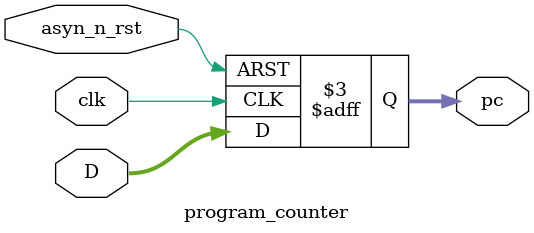
<source format=sv>
module program_counter (
						 input logic [7:0] D,
						 input logic clk,
						 input logic asyn_n_rst,
						 output logic [7:0] pc
						);

	always_ff @(posedge clk or negedge asyn_n_rst)
		if (!asyn_n_rst)
			pc <= 8'b0000000;
		else
			pc <= D;

endmodule

</source>
